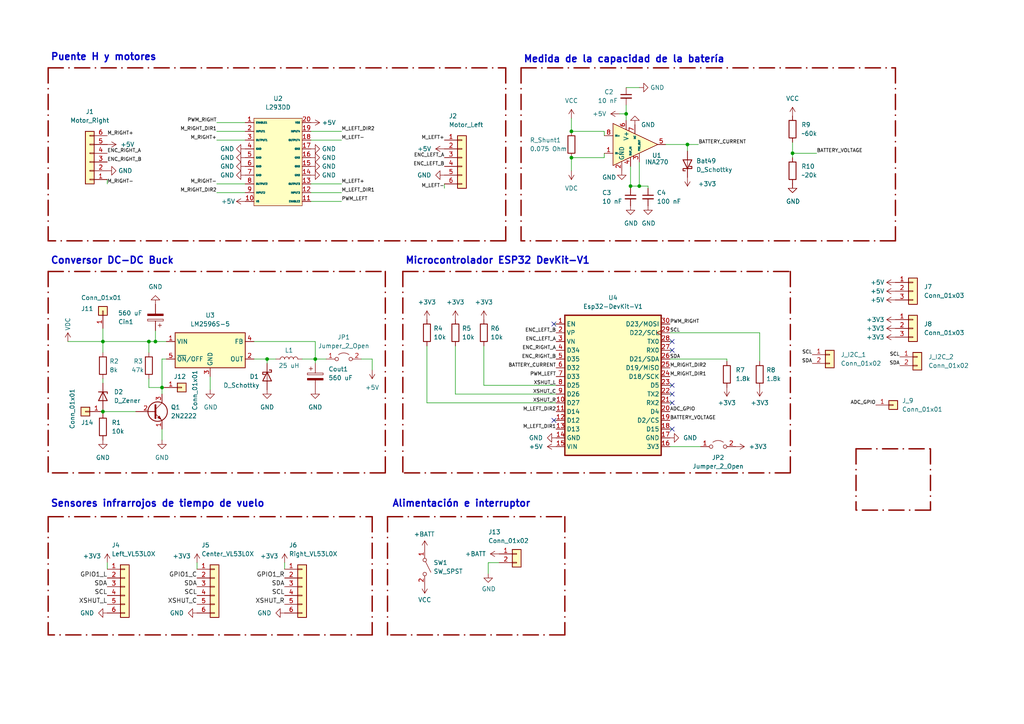
<source format=kicad_sch>
(kicad_sch (version 20211123) (generator eeschema)
  (paper "A4")
  (lib_symbols
    (symbol "Connector_Generic:Conn_01x01" (pin_names (offset 1.016) hide)
      (property "Reference" "J" (at 0 2.54 0))
      (property "Value" "Conn_01x01" (at 0 -2.54 0))
      (symbol "Conn_01x01_1_1"
        (rectangle (start -1.27 0.127) (end 0 -0.127) (stroke (width 0.1524)))
        (rectangle (start -1.27 1.27) (end 1.27 -1.27) (stroke (width 0.254)) (fill (type background)))
        (pin passive line (at -5.08 0 0) (length 3.81) (name "Pin_1") (number "1"))
      )
    )
    (symbol "Connector_Generic:Conn_01x02" (pin_names (offset 1.016) hide)
      (property "Reference" "J" (at 0 2.54 0))
      (property "Value" "Conn_01x02" (at 0 -5.08 0))
      (symbol "Conn_01x02_1_1"
        (rectangle (start -1.27 -2.413) (end 0 -2.667) (stroke (width 0.1524)))
        (rectangle (start -1.27 0.127) (end 0 -0.127) (stroke (width 0.1524)))
        (rectangle (start -1.27 1.27) (end 1.27 -3.81) (stroke (width 0.254)) (fill (type background)))
        (pin passive line (at -5.08 0 0) (length 3.81) (name "Pin_1") (number "1"))
        (pin passive line (at -5.08 -2.54 0) (length 3.81) (name "Pin_2") (number "2"))
      )
    )
    (symbol "Connector_Generic:Conn_01x03" (pin_names (offset 1.016) hide)
      (property "Reference" "J" (at 0 5.08 0))
      (property "Value" "Conn_01x03" (at 0 -5.08 0))
      (symbol "Conn_01x03_1_1"
        (rectangle (start -1.27 -2.413) (end 0 -2.667) (stroke (width 0.1524)))
        (rectangle (start -1.27 0.127) (end 0 -0.127) (stroke (width 0.1524)))
        (rectangle (start -1.27 2.667) (end 0 2.413) (stroke (width 0.1524)))
        (rectangle (start -1.27 3.81) (end 1.27 -3.81) (stroke (width 0.254)) (fill (type background)))
        (pin passive line (at -5.08 2.54 0) (length 3.81) (name "Pin_1") (number "1"))
        (pin passive line (at -5.08 0 0) (length 3.81) (name "Pin_2") (number "2"))
        (pin passive line (at -5.08 -2.54 0) (length 3.81) (name "Pin_3") (number "3"))
      )
    )
    (symbol "Connector_Generic:Conn_01x06" (pin_names (offset 1.016) hide)
      (property "Reference" "J" (at 0 7.62 0))
      (property "Value" "Conn_01x06" (at 0 -10.16 0))
      (symbol "Conn_01x06_1_1"
        (rectangle (start -1.27 -7.493) (end 0 -7.747) (stroke (width 0.1524)))
        (rectangle (start -1.27 -4.953) (end 0 -5.207) (stroke (width 0.1524)))
        (rectangle (start -1.27 -2.413) (end 0 -2.667) (stroke (width 0.1524)))
        (rectangle (start -1.27 0.127) (end 0 -0.127) (stroke (width 0.1524)))
        (rectangle (start -1.27 2.667) (end 0 2.413) (stroke (width 0.1524)))
        (rectangle (start -1.27 5.207) (end 0 4.953) (stroke (width 0.1524)))
        (rectangle (start -1.27 6.35) (end 1.27 -8.89) (stroke (width 0.254)) (fill (type background)))
        (pin passive line (at -5.08 5.08 0) (length 3.81) (name "Pin_1") (number "1"))
        (pin passive line (at -5.08 2.54 0) (length 3.81) (name "Pin_2") (number "2"))
        (pin passive line (at -5.08 0 0) (length 3.81) (name "Pin_3") (number "3"))
        (pin passive line (at -5.08 -2.54 0) (length 3.81) (name "Pin_4") (number "4"))
        (pin passive line (at -5.08 -5.08 0) (length 3.81) (name "Pin_5") (number "5"))
        (pin passive line (at -5.08 -7.62 0) (length 3.81) (name "Pin_6") (number "6"))
      )
    )
    (symbol "Device:C_Polarized" (pin_numbers hide) (pin_names (offset 0.254))
      (property "Reference" "C" (at 0.635 2.54 0))
      (property "Value" "C_Polarized" (at 0.635 -2.54 0))
      (symbol "C_Polarized_0_1"
        (rectangle (start -2.286 0.508) (end 2.286 1.016))
        (polyline (pts (xy -1.778 2.286) (xy -0.762 2.286)))
        (polyline (pts (xy -1.27 2.794) (xy -1.27 1.778)))
        (rectangle (start 2.286 -0.508) (end -2.286 -1.016) (fill (type outline)))
      )
      (symbol "C_Polarized_1_1"
        (pin passive line (at 0 3.81 270) (length 2.794) (name "~") (number "1"))
        (pin passive line (at 0 -3.81 90) (length 2.794) (name "~") (number "2"))
      )
    )
    (symbol "Device:C_Small" (pin_numbers hide) (pin_names (offset 0.254) hide)
      (property "Reference" "C" (at 0.254 1.778 0))
      (property "Value" "C_Small" (at 0.254 -2.032 0))
      (symbol "C_Small_0_1"
        (polyline (pts (xy -1.524 -0.508) (xy 1.524 -0.508)) (stroke (width 0.3302)))
        (polyline (pts (xy -1.524 0.508) (xy 1.524 0.508)) (stroke (width 0.3048)))
      )
      (symbol "C_Small_1_1"
        (pin passive line (at 0 2.54 270) (length 2.032) (name "~") (number "1"))
        (pin passive line (at 0 -2.54 90) (length 2.032) (name "~") (number "2"))
      )
    )
    (symbol "Device:D_Schottky" (pin_numbers hide) (pin_names (offset 1.016) hide)
      (property "Reference" "D" (at 0 2.54 0))
      (property "Value" "D_Schottky" (at 0 -2.54 0))
      (symbol "D_Schottky_0_1"
        (polyline (pts (xy 1.27 0) (xy -1.27 0)))
        (polyline (pts (xy 1.27 1.27) (xy 1.27 -1.27) (xy -1.27 0) (xy 1.27 1.27)) (stroke (width 0.254)))
        (polyline (pts (xy -1.905 0.635) (xy -1.905 1.27) (xy -1.27 1.27) (xy -1.27 -1.27) (xy -0.635 -1.27) (xy -0.635 -0.635)) (stroke (width 0.254)))
      )
      (symbol "D_Schottky_1_1"
        (pin passive line (at -3.81 0 0) (length 2.54) (name "K") (number "1"))
        (pin passive line (at 3.81 0 180) (length 2.54) (name "A") (number "2"))
      )
    )
    (symbol "Device:D_Zener" (pin_numbers hide) (pin_names (offset 1.016) hide)
      (property "Reference" "D" (at 0 2.54 0))
      (property "Value" "D_Zener" (at 0 -2.54 0))
      (symbol "D_Zener_0_1"
        (polyline (pts (xy 1.27 0) (xy -1.27 0)))
        (polyline (pts (xy -1.27 -1.27) (xy -1.27 1.27) (xy -0.762 1.27)) (stroke (width 0.254)))
        (polyline (pts (xy 1.27 -1.27) (xy 1.27 1.27) (xy -1.27 0) (xy 1.27 -1.27)) (stroke (width 0.254)))
      )
      (symbol "D_Zener_1_1"
        (pin passive line (at -3.81 0 0) (length 2.54) (name "K") (number "1"))
        (pin passive line (at 3.81 0 180) (length 2.54) (name "A") (number "2"))
      )
    )
    (symbol "Device:L" (pin_numbers hide) (pin_names (offset 1.016) hide)
      (property "Reference" "L" (at -1.27 0 90))
      (property "Value" "L" (at 1.905 0 90))
      (symbol "L_0_1"
        (arc (start 0 -2.54) (mid 0.635 -1.905) (end 0 -1.27))
        (arc (start 0 -1.27) (mid 0.635 -0.635) (end 0 0))
        (arc (start 0 0) (mid 0.635 0.635) (end 0 1.27))
        (arc (start 0 1.27) (mid 0.635 1.905) (end 0 2.54))
      )
      (symbol "L_1_1"
        (pin passive line (at 0 3.81 270) (length 1.27) (name "1") (number "1"))
        (pin passive line (at 0 -3.81 90) (length 1.27) (name "2") (number "2"))
      )
    )
    (symbol "Device:R" (pin_numbers hide) (pin_names (offset 0))
      (property "Reference" "R" (at 2.032 0 90))
      (property "Value" "R" (at 0 0 90))
      (symbol "R_0_1"
        (rectangle (start -1.016 -2.54) (end 1.016 2.54) (stroke (width 0.254)))
      )
      (symbol "R_1_1"
        (pin passive line (at 0 3.81 270) (length 1.27) (name "~") (number "1"))
        (pin passive line (at 0 -3.81 90) (length 1.27) (name "~") (number "2"))
      )
    )
    (symbol "INA270:INA270"
      (property "Reference" "U" (at 3.81 11.938 0))
      (property "Value" "INA270" (at -0.508 11.938 0))
      (symbol "INA270_0_1"
        (polyline (pts (xy -5.08 6.096) (xy -5.08 -6.096) (xy 7.874 0) (xy -5.08 6.096)) (stroke (width 0.2)) (fill (type background)))
      )
      (symbol "INA270_1_1"
        (pin input line (at -7.62 -2.54 0) (length 2.54) (name "IN-") (number "1"))
        (pin input line (at -2.54 -7.62 90) (length 2.54) (name "GND") (number "2"))
        (pin input line (at 2.54 -5.08 90) (length 2.54) (name "PRE_OUT") (number "3"))
        (pin input line (at 0 -6.35 90) (length 2.54) (name "BUF_IN") (number "4"))
        (pin input line (at 10.16 0 180) (length 2.54) (name "") (number "5"))
        (pin input line (at -1.27 6.985 270) (length 2.54) (name "V+") (number "6"))
        (pin power_in line (at 1.27 5.715 270) (length 2.54) (name "NC") (number "7"))
        (pin input line (at -7.62 2.54 0) (length 2.54) (name "IN+") (number "8"))
      )
    )
    (symbol "Jumper:Jumper_2_Open" (pin_names (offset 0) hide)
      (property "Reference" "JP" (at 0 2.794 0))
      (property "Value" "Jumper_2_Open" (at 0 -2.286 0))
      (symbol "Jumper_2_Open_0_0"
        (circle (center -2.032 0) (radius 0.508))
        (circle (center 2.032 0) (radius 0.508))
      )
      (symbol "Jumper_2_Open_0_1"
        (arc (start 1.524 1.27) (mid 0 1.778) (end -1.524 1.27))
      )
      (symbol "Jumper_2_Open_1_1"
        (pin passive line (at -5.08 0 0) (length 2.54) (name "A") (number "1"))
        (pin passive line (at 5.08 0 180) (length 2.54) (name "B") (number "2"))
      )
    )
    (symbol "Regulator_Switching:LM2596S-5"
      (property "Reference" "U" (at -10.16 6.35 0))
      (property "Value" "LM2596S-5" (at 0 6.35 0))
      (symbol "LM2596S-5_0_1"
        (rectangle (start -10.16 5.08) (end 10.16 -5.08) (stroke (width 0.254)) (fill (type background)))
      )
      (symbol "LM2596S-5_1_1"
        (pin power_in line (at -12.7 2.54 0) (length 2.54) (name "VIN") (number "1"))
        (pin output line (at 12.7 -2.54 180) (length 2.54) (name "OUT") (number "2"))
        (pin power_in line (at 0 -7.62 90) (length 2.54) (name "GND") (number "3"))
        (pin input line (at 12.7 2.54 180) (length 2.54) (name "FB") (number "4"))
        (pin input line (at -12.7 -2.54 0) (length 2.54) (name "~{ON}/OFF") (number "5"))
      )
    )
    (symbol "RobotTFG:Esp32-DevKit-V1"
      (property "Reference" "U" (at 0 -17.78 0))
      (property "Value" "Esp32-DevKit-V1" (at 0 0 90))
      (symbol "Esp32-DevKit-V1_0_0"
        (pin unspecified line (at -16.51 16.51 0) (length 2.54) (name "EN") (number "1"))
        (pin unspecified line (at -16.51 -6.35 0) (length 2.54) (name "D27") (number "10"))
        (pin unspecified line (at -16.51 -8.89 0) (length 2.54) (name "D14") (number "11"))
        (pin unspecified line (at -16.51 -11.43 0) (length 2.54) (name "D12") (number "12"))
        (pin unspecified line (at -16.51 -13.97 0) (length 2.54) (name "D13") (number "13"))
        (pin power_out line (at -16.51 -16.51 0) (length 2.54) (name "GND") (number "14"))
        (pin power_in line (at -16.51 -19.05 0) (length 2.54) (name "VIN") (number "15"))
        (pin power_out line (at 16.51 -19.05 180) (length 2.54) (name "3V3") (number "16"))
        (pin power_out line (at 16.51 -16.51 180) (length 2.54) (name "GND") (number "17"))
        (pin unspecified line (at 16.51 -13.97 180) (length 2.54) (name "D15") (number "18"))
        (pin unspecified line (at 16.51 -11.43 180) (length 2.54) (name "D2/CS") (number "19"))
        (pin unspecified line (at -16.51 13.97 0) (length 2.54) (name "VP") (number "2"))
        (pin unspecified line (at 16.51 -8.89 180) (length 2.54) (name "D4") (number "20"))
        (pin unspecified line (at 16.51 -6.35 180) (length 2.54) (name "RX2") (number "21"))
        (pin unspecified line (at 16.51 -3.81 180) (length 2.54) (name "TX2") (number "22"))
        (pin unspecified line (at 16.51 -1.27 180) (length 2.54) (name "D5") (number "23"))
        (pin unspecified line (at 16.51 1.27 180) (length 2.54) (name "D18/SCK") (number "24"))
        (pin unspecified line (at 16.51 3.81 180) (length 2.54) (name "D19/MISO") (number "25"))
        (pin bidirectional line (at 16.51 6.35 180) (length 2.54) (name "D21/SDA") (number "26"))
        (pin unspecified line (at 16.51 8.89 180) (length 2.54) (name "RX0") (number "27"))
        (pin unspecified line (at 16.51 11.43 180) (length 2.54) (name "TX0") (number "28"))
        (pin bidirectional clock (at 16.51 13.97 180) (length 2.54) (name "D22/SCL") (number "29"))
        (pin unspecified line (at -16.51 11.43 0) (length 2.54) (name "VN") (number "3"))
        (pin unspecified line (at 16.51 16.51 180) (length 2.54) (name "D23/MOSI") (number "30"))
        (pin unspecified line (at -16.51 8.89 0) (length 2.54) (name "D34") (number "4"))
        (pin unspecified line (at -16.51 6.35 0) (length 2.54) (name "D35") (number "5"))
        (pin unspecified line (at -16.51 3.81 0) (length 2.54) (name "D32") (number "6"))
        (pin unspecified line (at -16.51 1.27 0) (length 2.54) (name "D33") (number "7"))
        (pin unspecified line (at -16.51 -1.27 0) (length 2.54) (name "D25") (number "8"))
        (pin unspecified line (at -16.51 -3.81 0) (length 2.54) (name "D26") (number "9"))
      )
      (symbol "Esp32-DevKit-V1_0_1"
        (rectangle (start -13.97 19.05) (end 13.97 -21.59) (stroke (width 0.4)) (fill (type background)))
      )
    )
    (symbol "RobotTFG:L293DD"
      (property "Reference" "U" (at 0 0 0))
      (property "Value" "L293DD" (at 0 2.54 0))
      (symbol "L293DD_0_1"
        (rectangle (start -6.985 12.7) (end 6.985 -12.7) (fill (type background)))
      )
      (symbol "L293DD_1_1"
        (pin input line (at -9.525 11.43 0) (length 2.54) (name "ENABLE1") (number "1"))
        (pin power_in line (at -9.525 -11.43 0) (length 2.54) (name "VS") (number "10"))
        (pin input line (at 9.525 -11.43 180) (length 2.54) (name "ENABLE2") (number "11"))
        (pin input line (at 9.525 -8.89 180) (length 2.54) (name "INPUT3") (number "12"))
        (pin power_out line (at 9.525 -6.35 180) (length 2.54) (name "OUTPUT3") (number "13"))
        (pin power_in line (at 9.525 -3.81 180) (length 2.54) (name "GND") (number "14"))
        (pin power_in line (at 9.525 -1.27 180) (length 2.54) (name "GND") (number "15"))
        (pin power_in line (at 9.525 1.27 180) (length 2.54) (name "GND") (number "16"))
        (pin power_in line (at 9.525 3.81 180) (length 2.54) (name "GND") (number "17"))
        (pin power_out line (at 9.525 6.35 180) (length 2.54) (name "OUTPUT4") (number "18"))
        (pin input line (at 9.525 8.89 180) (length 2.54) (name "INPUT4") (number "19"))
        (pin input line (at -9.525 8.89 0) (length 2.54) (name "INPUT1") (number "2"))
        (pin power_in line (at 9.525 11.43 180) (length 2.54) (name "VSS") (number "20"))
        (pin power_out line (at -9.525 6.35 0) (length 2.54) (name "OUTPUT1") (number "3"))
        (pin power_in line (at -9.525 3.81 0) (length 2.54) (name "GND") (number "4"))
        (pin power_in line (at -9.525 1.27 0) (length 2.54) (name "GND") (number "5"))
        (pin power_in line (at -9.525 -1.27 0) (length 2.54) (name "GND") (number "6"))
        (pin power_in line (at -9.525 -3.81 0) (length 2.54) (name "GND") (number "7"))
        (pin power_out line (at -9.525 -6.35 0) (length 2.54) (name "OUTPUT2") (number "8"))
        (pin input line (at -9.525 -8.89 0) (length 2.54) (name "INPUT2") (number "9"))
      )
    )
    (symbol "Switch:SW_SPST" (pin_names (offset 0) hide)
      (property "Reference" "SW" (at 0 3.175 0))
      (property "Value" "SW_SPST" (at 0 -2.54 0))
      (symbol "SW_SPST_0_0"
        (circle (center -2.032 0) (radius 0.508))
        (polyline (pts (xy -1.524 0.254) (xy 1.524 1.778)))
        (circle (center 2.032 0) (radius 0.508))
      )
      (symbol "SW_SPST_1_1"
        (pin passive line (at -5.08 0 0) (length 2.54) (name "A") (number "1"))
        (pin passive line (at 5.08 0 180) (length 2.54) (name "B") (number "2"))
      )
    )
    (symbol "Transistor_BJT:2N2219" (pin_names (offset 0) hide)
      (property "Reference" "Q" (at 5.08 1.905 0))
      (property "Value" "2N2219" (at 5.08 0 0))
      (symbol "2N2219_0_1"
        (polyline (pts (xy 0.635 0.635) (xy 2.54 2.54)))
        (polyline (pts (xy 0.635 -0.635) (xy 2.54 -2.54) (xy 2.54 -2.54)))
        (polyline (pts (xy 0.635 1.905) (xy 0.635 -1.905) (xy 0.635 -1.905)) (stroke (width 0.508)))
        (polyline (pts (xy 1.27 -1.778) (xy 1.778 -1.27) (xy 2.286 -2.286) (xy 1.27 -1.778) (xy 1.27 -1.778)) (fill (type outline)))
        (circle (center 1.27 0) (radius 2.8194) (stroke (width 0.254)))
      )
      (symbol "2N2219_1_1"
        (pin passive line (at 2.54 -5.08 90) (length 2.54) (name "E") (number "1"))
        (pin passive line (at -5.08 0 0) (length 5.715) (name "B") (number "2"))
        (pin passive line (at 2.54 5.08 270) (length 2.54) (name "C") (number "3"))
      )
    )
    (symbol "power:+3V3" (power) (pin_names (offset 0))
      (property "Value" "+3V3" (at 0 3.556 0))
      (symbol "+3V3_0_1"
        (polyline (pts (xy -0.762 1.27) (xy 0 2.54)))
        (polyline (pts (xy 0 0) (xy 0 2.54)))
        (polyline (pts (xy 0 2.54) (xy 0.762 1.27)))
      )
      (symbol "+3V3_1_1"
        (pin power_in line (at 0 0 90) (length 0) hide (name "+3V3") (number "1"))
      )
    )
    (symbol "power:+5V" (power) (pin_names (offset 0))
      (property "Value" "+5V" (at 0 3.556 0))
      (symbol "+5V_0_1"
        (polyline (pts (xy -0.762 1.27) (xy 0 2.54)))
        (polyline (pts (xy 0 0) (xy 0 2.54)))
        (polyline (pts (xy 0 2.54) (xy 0.762 1.27)))
      )
      (symbol "+5V_1_1"
        (pin power_in line (at 0 0 90) (length 0) hide (name "+5V") (number "1"))
      )
    )
    (symbol "power:+BATT" (power) (pin_names (offset 0))
      (property "Value" "+BATT" (at 0 3.556 0))
      (symbol "+BATT_0_1"
        (polyline (pts (xy -0.762 1.27) (xy 0 2.54)))
        (polyline (pts (xy 0 0) (xy 0 2.54)))
        (polyline (pts (xy 0 2.54) (xy 0.762 1.27)))
      )
      (symbol "+BATT_1_1"
        (pin power_in line (at 0 0 90) (length 0) hide (name "+BATT") (number "1"))
      )
    )
    (symbol "power:GND" (power) (pin_names (offset 0))
      (property "Value" "GND" (at 0 -3.81 0))
      (symbol "GND_0_1"
        (polyline (pts (xy 0 0) (xy 0 -1.27) (xy 1.27 -1.27) (xy 0 -2.54) (xy -1.27 -1.27) (xy 0 -1.27)))
      )
      (symbol "GND_1_1"
        (pin power_in line (at 0 0 270) (length 0) hide (name "GND") (number "1"))
      )
    )
    (symbol "power:VCC" (power) (pin_names (offset 0))
      (property "Value" "VCC" (at 0 3.81 0))
      (symbol "VCC_0_1"
        (polyline (pts (xy -0.762 1.27) (xy 0 2.54)))
        (polyline (pts (xy 0 0) (xy 0 2.54)))
        (polyline (pts (xy 0 2.54) (xy 0.762 1.27)))
      )
      (symbol "VCC_1_1"
        (pin power_in line (at 0 0 90) (length 0) hide (name "VCC") (number "1"))
      )
    )
    (symbol "power:VDC" (power) (pin_names (offset 0))
      (property "Value" "VDC" (at 0 6.35 0))
      (symbol "VDC_0_1"
        (polyline (pts (xy -0.762 1.27) (xy 0 2.54)))
        (polyline (pts (xy 0 0) (xy 0 2.54)))
        (polyline (pts (xy 0 2.54) (xy 0.762 1.27)))
      )
      (symbol "VDC_1_1"
        (pin power_in line (at 0 0 90) (length 0) hide (name "VDC") (number "1"))
      )
    )
  )
  (junction (at 77.47 104.14))
  (junction (at 165.735 38.1))
  (junction (at 229.87 44.45))
  (junction (at 185.42 53.975))
  (junction (at 91.44 104.14))
  (junction (at 29.845 119.38))
  (junction (at 165.735 45.72))
  (junction (at 29.845 99.06))
  (junction (at 181.61 33.02))
  (junction (at 45.085 99.06))
  (junction (at 182.88 53.975))
  (junction (at 199.39 41.91))
  (junction (at 43.18 99.06))
  (junction (at 46.99 112.395))
  (no_connect (at 194.945 99.06))
  (no_connect (at 194.945 101.6))
  (no_connect (at 160.655 121.92))
  (no_connect (at 194.945 124.46))
  (no_connect (at 160.655 93.98))
  (no_connect (at 194.945 114.3))
  (no_connect (at 194.945 111.76))
  (no_connect (at 194.945 116.84))
  (wire (pts (xy 132.08 100.33) (xy 132.08 114.3)))
  (wire (pts (xy 62.865 38.1) (xy 71.12 38.1)))
  (wire (pts (xy 193.04 41.91) (xy 199.39 41.91)))
  (wire (pts (xy 140.335 111.76) (xy 161.29 111.76)))
  (wire (pts (xy 104.775 104.14) (xy 107.95 104.14)))
  (wire (pts (xy 179.705 33.02) (xy 181.61 33.02)))
  (wire (pts (xy 31.115 163.195) (xy 31.115 165.1)))
  (wire (pts (xy 123.825 100.33) (xy 123.825 116.84)))
  (wire (pts (xy 194.945 114.3) (xy 194.31 114.3)))
  (wire (pts (xy 91.44 99.06) (xy 91.44 104.14)))
  (wire (pts (xy 43.18 99.06) (xy 43.18 102.235)))
  (polyline (pts (xy 163.83 149.86) (xy 163.83 184.15)) (stroke (width 0.4) (type dash_dot) (color 141 6 0 1)))
  (wire (pts (xy 43.18 109.855) (xy 43.18 112.395)))
  (wire (pts (xy 29.845 119.38) (xy 39.37 119.38)))
  (wire (pts (xy 229.87 44.45) (xy 229.87 45.72)))
  (polyline (pts (xy 248.285 130.175) (xy 248.285 147.955)) (stroke (width 0.4) (type dash_dot) (color 141 6 0 1)))
  (wire (pts (xy 236.855 44.45) (xy 229.87 44.45)))
  (wire (pts (xy 45.085 99.06) (xy 48.26 99.06)))
  (wire (pts (xy 46.99 112.395) (xy 46.99 114.3)))
  (wire (pts (xy 194.945 111.76) (xy 194.31 111.76)))
  (wire (pts (xy 19.685 99.06) (xy 29.845 99.06)))
  (wire (pts (xy 43.18 112.395) (xy 46.99 112.395)))
  (polyline (pts (xy 116.84 78.74) (xy 116.84 137.16)) (stroke (width 0.4) (type dash_dot) (color 141 6 0 1)))
  (wire (pts (xy 210.82 104.14) (xy 194.31 104.14)))
  (wire (pts (xy 181.61 33.02) (xy 181.61 34.925)))
  (wire (pts (xy 141.605 163.195) (xy 144.78 163.195)))
  (polyline (pts (xy 146.685 19.685) (xy 146.685 69.85)) (stroke (width 0.4) (type dash_dot) (color 141 6 0 1)))
  (polyline (pts (xy 229.235 78.74) (xy 229.235 137.16)) (stroke (width 0.4) (type dash_dot) (color 141 6 0 1)))
  (wire (pts (xy 194.945 124.46) (xy 194.31 124.46)))
  (wire (pts (xy 29.845 118.745) (xy 29.845 119.38)))
  (wire (pts (xy 90.17 58.42) (xy 99.06 58.42)))
  (polyline (pts (xy 151.13 19.685) (xy 151.13 69.85)) (stroke (width 0.4) (type dash_dot) (color 141 6 0 1)))
  (wire (pts (xy 175.26 45.72) (xy 165.735 45.72)))
  (polyline (pts (xy 13.97 78.74) (xy 13.97 137.16)) (stroke (width 0.4) (type dash_dot) (color 141 6 0 1)))
  (wire (pts (xy 77.47 104.14) (xy 77.47 105.41)))
  (polyline (pts (xy 112.395 149.86) (xy 112.395 184.15)) (stroke (width 0.4) (type dash_dot) (color 141 6 0 1)))
  (polyline (pts (xy 151.13 19.685) (xy 259.715 19.685)) (stroke (width 0.4) (type dash_dot) (color 141 6 0 1)))
  (wire (pts (xy 29.845 119.38) (xy 29.845 120.015)))
  (wire (pts (xy 77.47 104.14) (xy 80.01 104.14)))
  (wire (pts (xy 29.845 109.855) (xy 29.845 111.125)))
  (wire (pts (xy 62.865 40.64) (xy 71.12 40.64)))
  (polyline (pts (xy 146.685 69.85) (xy 13.97 69.85)) (stroke (width 0.4) (type dash_dot) (color 141 6 0 1)))
  (wire (pts (xy 160.655 121.92) (xy 161.29 121.92)))
  (wire (pts (xy 175.26 44.45) (xy 175.26 45.72)))
  (wire (pts (xy 107.95 104.14) (xy 107.95 107.315)))
  (polyline (pts (xy 111.76 78.74) (xy 111.76 137.16)) (stroke (width 0.4) (type dash_dot) (color 141 6 0 1)))
  (wire (pts (xy 210.82 104.775) (xy 210.82 104.14)))
  (wire (pts (xy 90.17 55.88) (xy 99.06 55.88)))
  (wire (pts (xy 187.96 54.61) (xy 187.96 53.975)))
  (wire (pts (xy 29.845 99.06) (xy 43.18 99.06)))
  (wire (pts (xy 194.31 129.54) (xy 203.2 129.54)))
  (wire (pts (xy 185.42 53.975) (xy 182.88 53.975)))
  (polyline (pts (xy 13.97 149.86) (xy 13.97 184.15)) (stroke (width 0.4) (type dash_dot) (color 141 6 0 1)))
  (wire (pts (xy 91.44 104.14) (xy 94.615 104.14)))
  (wire (pts (xy 132.08 114.3) (xy 161.29 114.3)))
  (wire (pts (xy 194.945 101.6) (xy 194.31 101.6)))
  (polyline (pts (xy 248.285 130.175) (xy 269.875 130.175)) (stroke (width 0.4) (type dash_dot) (color 141 6 0 1)))
  (wire (pts (xy 182.88 53.975) (xy 182.88 54.61)))
  (wire (pts (xy 29.845 99.06) (xy 29.845 102.235)))
  (wire (pts (xy 46.99 104.14) (xy 46.99 112.395)))
  (wire (pts (xy 128.905 54.61) (xy 128.905 53.34)))
  (polyline (pts (xy 259.715 19.685) (xy 259.715 69.85)) (stroke (width 0.4) (type dash_dot) (color 141 6 0 1)))
  (polyline (pts (xy 111.76 137.16) (xy 13.97 137.16)) (stroke (width 0.4) (type dash_dot) (color 141 6 0 1)))
  (wire (pts (xy 45.085 95.885) (xy 45.085 99.06)))
  (wire (pts (xy 194.945 116.84) (xy 194.31 116.84)))
  (polyline (pts (xy 163.83 184.15) (xy 112.395 184.15)) (stroke (width 0.4) (type dash_dot) (color 141 6 0 1)))
  (wire (pts (xy 46.99 124.46) (xy 46.99 127.635)))
  (wire (pts (xy 140.335 100.33) (xy 140.335 111.76)))
  (wire (pts (xy 175.26 39.37) (xy 175.26 38.1)))
  (wire (pts (xy 182.88 48.26) (xy 182.88 53.975)))
  (polyline (pts (xy 269.875 130.175) (xy 269.875 147.955)) (stroke (width 0.4) (type dash_dot) (color 141 6 0 1)))
  (wire (pts (xy 181.61 30.48) (xy 181.61 33.02)))
  (wire (pts (xy 229.87 41.275) (xy 229.87 44.45)))
  (wire (pts (xy 62.865 35.56) (xy 71.12 35.56)))
  (polyline (pts (xy 107.95 184.15) (xy 13.97 184.15)) (stroke (width 0.4) (type dash_dot) (color 141 6 0 1)))
  (wire (pts (xy 73.66 104.14) (xy 77.47 104.14)))
  (wire (pts (xy 175.26 38.1) (xy 165.735 38.1)))
  (wire (pts (xy 165.735 45.72) (xy 165.735 49.53)))
  (wire (pts (xy 43.18 99.06) (xy 45.085 99.06)))
  (wire (pts (xy 91.44 104.14) (xy 87.63 104.14)))
  (wire (pts (xy 57.15 163.195) (xy 57.15 165.1)))
  (polyline (pts (xy 116.84 78.74) (xy 229.235 78.74)) (stroke (width 0.4) (type dash_dot) (color 141 6 0 1)))
  (wire (pts (xy 165.735 34.29) (xy 165.735 38.1)))
  (wire (pts (xy 220.345 96.52) (xy 194.31 96.52)))
  (wire (pts (xy 123.825 116.84) (xy 161.29 116.84)))
  (wire (pts (xy 73.66 99.06) (xy 91.44 99.06)))
  (wire (pts (xy 62.865 55.88) (xy 71.12 55.88)))
  (wire (pts (xy 90.17 53.34) (xy 99.06 53.34)))
  (wire (pts (xy 90.17 38.1) (xy 99.06 38.1)))
  (wire (pts (xy 187.96 53.975) (xy 185.42 53.975)))
  (polyline (pts (xy 269.875 147.955) (xy 248.285 147.955)) (stroke (width 0.4) (type dash_dot) (color 141 6 0 1)))
  (wire (pts (xy 29.845 95.25) (xy 29.845 99.06)))
  (wire (pts (xy 90.17 40.64) (xy 99.06 40.64)))
  (wire (pts (xy 82.55 163.195) (xy 82.55 165.1)))
  (polyline (pts (xy 229.235 137.16) (xy 116.84 137.16)) (stroke (width 0.4) (type dash_dot) (color 141 6 0 1)))
  (polyline (pts (xy 259.715 69.85) (xy 151.13 69.85)) (stroke (width 0.4) (type dash_dot) (color 141 6 0 1)))
  (wire (pts (xy 185.42 25.4) (xy 181.61 25.4)))
  (wire (pts (xy 185.42 46.99) (xy 185.42 53.975)))
  (wire (pts (xy 194.945 99.06) (xy 194.31 99.06)))
  (wire (pts (xy 220.345 104.775) (xy 220.345 96.52)))
  (polyline (pts (xy 13.97 78.74) (xy 111.76 78.74)) (stroke (width 0.4) (type dash_dot) (color 141 6 0 1)))
  (polyline (pts (xy 13.97 19.685) (xy 13.97 69.85)) (stroke (width 0.4) (type dash_dot) (color 141 6 0 1)))
  (wire (pts (xy 48.26 104.14) (xy 46.99 104.14)))
  (wire (pts (xy 199.39 41.91) (xy 202.565 41.91)))
  (wire (pts (xy 199.39 41.91) (xy 199.39 43.815)))
  (wire (pts (xy 31.115 53.34) (xy 31.115 52.07)))
  (wire (pts (xy 141.605 166.37) (xy 141.605 163.195)))
  (wire (pts (xy 60.96 113.03) (xy 60.96 109.22)))
  (wire (pts (xy 160.655 93.98) (xy 161.29 93.98)))
  (polyline (pts (xy 13.97 149.86) (xy 107.95 149.86)) (stroke (width 0.4) (type dash_dot) (color 141 6 0 1)))
  (wire (pts (xy 62.865 53.34) (xy 71.12 53.34)))
  (polyline (pts (xy 112.395 149.86) (xy 163.83 149.86)) (stroke (width 0.4) (type dash_dot) (color 141 6 0 1)))
  (polyline (pts (xy 13.97 19.685) (xy 146.685 19.685)) (stroke (width 0.4) (type dash_dot) (color 141 6 0 1)))
  (polyline (pts (xy 107.95 149.86) (xy 107.95 184.15)) (stroke (width 0.4) (type dash_dot) (color 141 6 0 1)))
  (wire (pts (xy 91.44 105.41) (xy 91.44 104.14)))
  (text "Microcontrolador ESP32 DevKit-V1" (at 117.475 76.835 0) (effects (font (size 2 2) (thickness 0.4) bold) (justify left bottom)))
  (text "Sensores infrarrojos de tiempo de vuelo\n" (at 14.605 147.32 0) (effects (font (size 2 2) (thickness 0.4) bold) (justify left bottom)))
  (text "Conversor DC-DC Buck" (at 14.605 76.835 0) (effects (font (size 2 2) (thickness 0.4) bold) (justify left bottom)))
  (text "Medida de la capacidad de la batería" (at 151.765 18.415 0) (effects (font (size 2 2) (thickness 0.4) bold) (justify left bottom)))
  (text "Alimentación e interruptor\n" (at 113.665 147.32 0) (effects (font (size 2 2) (thickness 0.4) bold) (justify left bottom)))
  (text "Puente H y motores\n" (at 14.605 17.78 0) (effects (font (size 2 2) (thickness 0.4) bold) (justify left bottom)))
  (label "SDA" (at 260.985 106.045 180) (effects (font (size 1 1))))
  (label "M_RIGHT-" (at 62.865 53.34 180) (effects (font (size 1 1))))
  (label "PWM_RIGHT" (at 62.865 35.56 180) (effects (font (size 1 1))))
  (label "ENC_LEFT_A" (at 128.905 45.72 180) (effects (font (size 1 1))))
  (label "M_LEFT_DIR2" (at 161.29 119.38 180) (effects (font (size 1 1))))
  (label "SCL" (at 31.115 172.72 180))
  (label "ENC_LEFT_B" (at 161.29 96.52 180) (effects (font (size 1 1))))
  (label "M_RIGHT_DIR2" (at 194.31 106.68 0) (effects (font (size 1 1))))
  (label "XSHUT_R" (at 161.29 116.84 180) (effects (font (size 1 1))))
  (label "SCL" (at 82.55 172.72 180))
  (label "ENC_RIGHT_B" (at 31.115 46.99 0) (effects (font (size 1 1))))
  (label "XSHUT_C" (at 161.29 114.3 180) (effects (font (size 1 1))))
  (label "PWM_LEFT" (at 99.06 58.42 0) (effects (font (size 1 1))))
  (label "GPIO1_L" (at 31.115 167.64 180))
  (label "SDA" (at 82.55 170.18 180))
  (label "SCL" (at 57.15 172.72 180))
  (label "XSHUT_L" (at 31.115 175.26 180))
  (label "M_LEFT_DIR1" (at 99.06 55.88 0) (effects (font (size 1 1))))
  (label "BATTERY_VOLTAGE" (at 194.31 121.92 0) (effects (font (size 1 1))))
  (label "M_LEFT-" (at 128.905 54.61 180) (effects (font (size 1 1))))
  (label "XSHUT_L" (at 161.29 111.76 180) (effects (font (size 1 1))))
  (label "M_LEFT+" (at 128.905 40.64 180) (effects (font (size 1 1))))
  (label "M_RIGHT-" (at 31.115 53.34 0) (effects (font (size 1 1))))
  (label "SCL" (at 260.985 103.505 180) (effects (font (size 1 1))))
  (label "M_RIGHT_DIR1" (at 62.865 38.1 180) (effects (font (size 1 1))))
  (label "SCL" (at 194.31 96.52 0) (effects (font (size 1 1))))
  (label "M_LEFT_DIR2" (at 99.06 38.1 0) (effects (font (size 1 1))))
  (label "BATTERY_CURRENT" (at 161.29 106.68 180) (effects (font (size 1 1))))
  (label "GPIO1_R" (at 82.55 167.64 180))
  (label "BATTERY_VOLTAGE" (at 236.855 44.45 0) (effects (font (size 1 1))))
  (label "SDA" (at 194.31 104.14 0) (effects (font (size 1 1))))
  (label "M_LEFT+" (at 99.06 53.34 0) (effects (font (size 1 1))))
  (label "ENC_RIGHT_B" (at 161.29 104.14 180) (effects (font (size 1 1))))
  (label "SDA" (at 57.15 170.18 180))
  (label "M_RIGHT_DIR2" (at 62.865 55.88 180) (effects (font (size 1 1))))
  (label "M_LEFT_DIR1" (at 161.29 124.46 180) (effects (font (size 1 1))))
  (label "SCL" (at 235.585 102.87 180) (effects (font (size 1 1))))
  (label "ENC_LEFT_A" (at 161.29 99.06 180) (effects (font (size 1 1))))
  (label "GPIO1_C" (at 57.15 167.64 180))
  (label "M_RIGHT+" (at 31.115 39.37 0) (effects (font (size 1 1))))
  (label "ENC_LEFT_B" (at 128.905 48.26 180) (effects (font (size 1 1))))
  (label "M_RIGHT+" (at 62.865 40.64 180) (effects (font (size 1 1))))
  (label "XSHUT_R" (at 82.55 175.26 180))
  (label "XSHUT_C" (at 57.15 175.26 180))
  (label "M_LEFT-" (at 99.06 40.64 0) (effects (font (size 1 1))))
  (label "ADC_GPIO" (at 194.31 119.38 0) (effects (font (size 1 1))))
  (label "ENC_RIGHT_A" (at 31.115 44.45 0) (effects (font (size 1 1))))
  (label "SDA" (at 235.585 105.41 180) (effects (font (size 1 1))))
  (label "SDA" (at 31.115 170.18 180))
  (label "ADC_GPIO" (at 254 117.475 180) (effects (font (size 1 1))))
  (label "PWM_LEFT" (at 161.29 109.22 180) (effects (font (size 1 1))))
  (label "BATTERY_CURRENT" (at 202.565 41.91 0) (effects (font (size 1 1))))
  (label "ENC_RIGHT_A" (at 161.29 101.6 180) (effects (font (size 1 1))))
  (label "PWM_RIGHT" (at 194.31 93.98 0) (effects (font (size 1 1))))
  (label "M_RIGHT_DIR1" (at 194.31 109.22 0) (effects (font (size 1 1))))
  (symbol (lib_id "power:+5V") (at 259.715 86.995 90) (unit 1)
    (property "Reference" "#PWR0150" (effects hide))
    (property "Value" "+5V" (at 256.54 86.9949 90) (effects (justify left)))
  )
  (symbol (lib_id "power:+5V") (at 161.29 129.54 90) (unit 1)
    (property "Reference" "#PWR0145" (effects hide))
    (property "Value" "+5V" (at 157.48 129.5399 90) (effects (justify left)))
  )
  (symbol (lib_id "Connector_Generic:Conn_01x06") (at 36.195 170.18 0) (unit 1)
    (property "Reference" "J4" (at 32.385 158.115 0) (effects (justify left)))
    (property "Value" "Left_VL53L0X" (at 32.385 160.655 0) (effects (justify left)))
    (property "Footprint" "Connector_PinHeader_2.54mm:PinHeader_1x06_P2.54mm_Vertical" (effects hide))
  )
  (symbol (lib_id "Switch:SW_SPST") (at 123.19 164.465 270) (unit 1)
    (property "Reference" "SW1" (at 125.73 163.1949 90) (effects (justify left)))
    (property "Value" "SW_SPST" (at 125.73 165.7349 90) (effects (justify left)))
  )
  (symbol (lib_id "Device:R") (at 165.735 41.91 0) (unit 1)
    (property "Reference" "R_Shunt1" (at 153.67 40.64 0) (effects (justify left)))
    (property "Value" "0.075 Ohm" (at 153.67 43.18 0) (effects (justify left)))
    (property "Footprint" "Resistor_SMD:R_0805_2012Metric" (effects hide))
    (property "Datasheet" "https://es.rs-online.com/web/p/resistencias-de-montaje-en-superficie/1880741" (effects hide))
    (property "Vendor" "https://es.rs-online.com/web/p/resistencias-de-montaje-en-superficie/1880741" (effects hide))
  )
  (symbol (lib_id "Connector_Generic:Conn_01x03") (at 264.795 84.455 0) (unit 1)
    (property "Reference" "J7" (at 267.97 83.1849 0) (effects (justify left)))
    (property "Value" "Conn_01x03" (at 267.97 85.7249 0) (effects (justify left)))
    (property "Footprint" "Connector_PinHeader_2.54mm:PinHeader_1x03_P2.54mm_Vertical" (effects hide))
  )
  (symbol (lib_id "Device:D_Zener") (at 29.845 114.935 270) (unit 1)
    (property "Reference" "D2" (at 33.02 113.6649 90) (effects (justify left)))
    (property "Value" "D_Zener" (at 33.02 116.2049 90) (effects (justify left)))
    (property "Footprint" "Diode_THT:D_A-405_P7.62mm_Horizontal" (effects hide))
    (property "Datasheet" "https://www.farnell.com/datasheets/2864039.pdf" (effects hide))
  )
  (symbol (lib_id "power:GND") (at 60.96 113.03 0) (unit 1)
    (property "Reference" "#PWR0106" (effects hide))
    (property "Value" "GND" (at 59.055 118.11 0) (effects (justify left)))
  )
  (symbol (lib_id "Device:C_Small") (at 182.88 57.15 0) (unit 1)
    (property "Reference" "C3" (at 174.625 55.88 0) (effects (justify left)))
    (property "Value" "10 nF" (at 174.625 58.42 0) (effects (justify left)))
    (property "Footprint" "Capacitor_THT:C_Axial_L5.1mm_D3.1mm_P10.00mm_Horizontal" (effects hide))
  )
  (symbol (lib_id "power:GND") (at 185.42 25.4 90) (unit 1)
    (property "Reference" "#PWR0109" (effects hide))
    (property "Value" "GND" (at 188.595 25.3999 90) (effects (justify right)))
  )
  (symbol (lib_id "power:+3V3") (at 220.345 112.395 180) (unit 1)
    (property "Reference" "#PWR0133" (effects hide))
    (property "Value" "+3V3" (at 220.345 116.84 0))
  )
  (symbol (lib_id "Device:C_Polarized") (at 91.44 109.22 0) (unit 1)
    (property "Reference" "Cout1" (at 95.25 107.0609 0) (effects (justify left)))
    (property "Value" "560 uF" (at 95.25 109.6009 0) (effects (justify left)))
    (property "Footprint" "Capacitor_THT:CP_Radial_D8.0mm_P5.00mm" (effects hide))
    (property "Vendor" "https://es.farnell.com/panasonic/eeufr1e561lb/conden-560-f-25v-20/dp/1800651" (effects hide))
  )
  (symbol (lib_id "power:+3V3") (at 210.82 112.395 180) (unit 1)
    (property "Reference" "#PWR0134" (effects hide))
    (property "Value" "+3V3" (at 210.82 116.84 0))
  )
  (symbol (lib_id "Connector_Generic:Conn_01x01") (at 24.765 119.38 180) (unit 1)
    (property "Reference" "J14" (at 23.495 122.555 0) (effects (justify right)))
    (property "Value" "Conn_01x01" (at 20.955 124.46 90) (effects (justify right)))
  )
  (symbol (lib_id "power:+3V3") (at 213.36 129.54 270) (unit 1)
    (property "Reference" "#PWR0136" (effects hide))
    (property "Value" "+3V3" (at 217.17 129.5399 90) (effects (justify left)))
  )
  (symbol (lib_id "Regulator_Switching:LM2596S-5") (at 60.96 101.6 0) (unit 1)
    (property "Reference" "U3" (at 60.96 91.44 0))
    (property "Value" "LM2596S-5" (at 60.96 93.98 0))
    (property "Footprint" "Package_TO_SOT_SMD:TO-263-5_TabPin3" (effects hide))
    (property "Datasheet" "http://www.ti.com/lit/ds/symlink/lm2596.pdf" (effects hide))
  )
  (symbol (lib_id "power:GND") (at 141.605 166.37 0) (unit 1)
    (property "Reference" "#PWR0143" (effects hide))
    (property "Value" "GND" (at 139.7 170.815 0) (effects (justify left)))
  )
  (symbol (lib_id "Jumper:Jumper_2_Open") (at 99.695 104.14 0) (unit 1)
    (property "Reference" "JP1" (at 99.695 97.79 0))
    (property "Value" "Jumper_2_Open" (at 99.695 100.33 0))
  )
  (symbol (lib_id "power:GND") (at 180.34 49.53 0) (unit 1)
    (property "Reference" "#PWR0111" (effects hide))
    (property "Value" "GND" (at 174.625 51.435 0) (effects (justify left)))
  )
  (symbol (lib_id "Device:R") (at 132.08 96.52 0) (unit 1)
    (property "Reference" "R5" (at 133.985 95.25 0) (effects (justify left)))
    (property "Value" "10k" (at 133.985 97.79 0) (effects (justify left)))
    (property "Footprint" "Resistor_THT:R_Axial_DIN0207_L6.3mm_D2.5mm_P10.16mm_Horizontal" (effects hide))
  )
  (symbol (lib_id "power:GND") (at 82.55 177.8 270) (unit 1)
    (property "Reference" "#PWR0137" (effects hide))
    (property "Value" "GND" (at 78.74 177.7999 90) (effects (justify right)))
  )
  (symbol (lib_id "power:+3V3") (at 82.55 163.195 0) (unit 1)
    (property "Reference" "#PWR0138" (effects hide))
    (property "Value" "+3V3" (at 78.105 161.29 0))
  )
  (symbol (lib_id "power:GND") (at 184.15 36.195 180) (unit 1)
    (property "Reference" "#PWR0121" (effects hide))
    (property "Value" "GND" (at 187.96 36.195 0))
  )
  (symbol (lib_id "Connector_Generic:Conn_01x02") (at 266.065 103.505 0) (unit 1)
    (property "Reference" "J_I2C_2" (at 269.24 103.5049 0) (effects (justify left)))
    (property "Value" "Conn_01x02" (at 269.24 106.0449 0) (effects (justify left)))
    (property "Footprint" "Connector_PinSocket_2.54mm:PinSocket_1x02_P2.54mm_Vertical" (effects hide))
  )
  (symbol (lib_id "power:GND") (at 46.99 127.635 0) (unit 1)
    (property "Reference" "#PWR0102" (effects hide))
    (property "Value" "GND" (at 46.99 132.715 0))
  )
  (symbol (lib_id "power:GND") (at 29.845 127.635 0) (unit 1)
    (property "Reference" "#PWR0130" (effects hide))
    (property "Value" "GND" (at 29.845 132.715 0))
  )
  (symbol (lib_id "power:+5V") (at 71.12 58.42 90) (unit 1)
    (property "Reference" "#PWR0113" (effects hide))
    (property "Value" "+5V" (at 64.135 58.42 90) (effects (justify right)))
  )
  (symbol (lib_id "power:+BATT") (at 123.19 159.385 0) (unit 1)
    (property "Reference" "#PWR0146" (effects hide))
    (property "Value" "+BATT" (at 120.015 154.94 0) (effects (justify left)))
  )
  (symbol (lib_id "power:GND") (at 90.17 48.26 90) (unit 1)
    (property "Reference" "#PWR0128" (effects hide))
    (property "Value" "GND" (at 93.345 48.2599 90) (effects (justify right)))
  )
  (symbol (lib_id "power:GND") (at 31.115 49.53 90) (unit 1)
    (property "Reference" "#PWR0115" (effects hide))
    (property "Value" "GND" (at 34.29 49.5299 90) (effects (justify right)))
  )
  (symbol (lib_id "power:GND") (at 31.115 177.8 270) (unit 1)
    (property "Reference" "#PWR0139" (effects hide))
    (property "Value" "GND" (at 27.305 177.7999 90) (effects (justify right)))
  )
  (symbol (lib_id "power:+3V3") (at 259.715 92.71 90) (unit 1)
    (property "Reference" "#PWR0153" (effects hide))
    (property "Value" "+3V3" (at 256.54 92.7099 90) (effects (justify left)))
  )
  (symbol (lib_id "power:GND") (at 45.085 88.265 180) (unit 1)
    (property "Reference" "#PWR0101" (effects hide))
    (property "Value" "GND" (at 45.085 83.185 0))
  )
  (symbol (lib_id "power:VCC") (at 123.19 169.545 180) (unit 1)
    (property "Reference" "#PWR0147" (effects hide))
    (property "Value" "VCC" (at 125.095 173.99 0) (effects (justify left)))
  )
  (symbol (lib_id "Connector_Generic:Conn_01x06") (at 87.63 170.18 0) (unit 1)
    (property "Reference" "J6" (at 83.82 158.115 0) (effects (justify left)))
    (property "Value" "Right_VL53L0X" (at 83.82 160.655 0) (effects (justify left)))
    (property "Footprint" "Connector_PinHeader_2.54mm:PinHeader_1x06_P2.54mm_Vertical" (effects hide))
  )
  (symbol (lib_id "Device:R") (at 29.845 123.825 0) (unit 1)
    (property "Reference" "R1" (at 32.385 122.5549 0) (effects (justify left)))
    (property "Value" "10k" (at 32.385 125.0949 0) (effects (justify left)))
    (property "Footprint" "Resistor_THT:R_Axial_DIN0207_L6.3mm_D2.5mm_P10.16mm_Horizontal" (effects hide))
  )
  (symbol (lib_id "power:VDC") (at 19.685 99.06 0) (unit 1)
    (property "Reference" "#PWR0112" (effects hide))
    (property "Value" "VDC" (at 19.685 92.075 90) (effects (justify right)))
  )
  (symbol (lib_id "power:VDC") (at 165.735 49.53 180) (unit 1)
    (property "Reference" "#PWR0120" (effects hide))
    (property "Value" "VDC" (at 165.735 54.61 0))
  )
  (symbol (lib_id "power:GND") (at 187.96 59.69 0) (unit 1)
    (property "Reference" "#PWR0107" (effects hide))
    (property "Value" "GND" (at 186.055 64.77 0) (effects (justify left)))
  )
  (symbol (lib_id "power:GND") (at 77.47 113.03 0) (unit 1)
    (property "Reference" "#PWR0105" (effects hide))
    (property "Value" "GND" (at 77.47 118.11 0))
  )
  (symbol (lib_id "power:+3V3") (at 31.115 163.195 0) (unit 1)
    (property "Reference" "#PWR0141" (effects hide))
    (property "Value" "+3V3" (at 26.67 161.29 0))
  )
  (symbol (lib_id "Device:R") (at 43.18 106.045 0) (unit 1)
    (property "Reference" "R3" (at 38.735 104.775 0) (effects (justify left)))
    (property "Value" "47k" (at 38.1 107.315 0) (effects (justify left)))
    (property "Footprint" "Resistor_THT:R_Axial_DIN0207_L6.3mm_D2.5mm_P10.16mm_Horizontal" (effects hide))
  )
  (symbol (lib_id "power:+5V") (at 259.715 81.915 90) (unit 1)
    (property "Reference" "#PWR0151" (effects hide))
    (property "Value" "+5V" (at 256.54 81.9149 90) (effects (justify left)))
  )
  (symbol (lib_id "power:+3V3") (at 132.08 92.71 0) (unit 1)
    (property "Reference" "#PWR0131" (effects hide))
    (property "Value" "+3V3" (at 132.08 87.63 0))
  )
  (symbol (lib_id "power:+3V3") (at 259.715 95.25 90) (unit 1)
    (property "Reference" "#PWR0154" (effects hide))
    (property "Value" "+3V3" (at 256.54 95.2499 90) (effects (justify left)))
  )
  (symbol (lib_id "power:GND") (at 194.31 127 90) (unit 1)
    (property "Reference" "#PWR0149" (effects hide))
    (property "Value" "GND" (at 198.12 126.9999 90) (effects (justify right)))
  )
  (symbol (lib_id "power:+5V") (at 31.115 41.91 270) (unit 1)
    (property "Reference" "#PWR0114" (effects hide))
    (property "Value" "+5V" (at 34.925 41.9099 90) (effects (justify left)))
  )
  (symbol (lib_id "power:GND") (at 182.88 59.69 0) (unit 1)
    (property "Reference" "#PWR0108" (effects hide))
    (property "Value" "GND" (at 180.975 64.77 0) (effects (justify left)))
  )
  (symbol (lib_id "power:+5V") (at 107.95 107.315 180) (unit 1)
    (property "Reference" "#PWR0103" (effects hide))
    (property "Value" "+5V" (at 107.95 112.395 0))
  )
  (symbol (lib_id "Device:R") (at 29.845 106.045 0) (unit 1)
    (property "Reference" "R2" (at 31.75 104.7749 0) (effects (justify left)))
    (property "Value" "8k" (at 31.75 107.3149 0) (effects (justify left)))
    (property "Footprint" "Resistor_THT:R_Axial_DIN0207_L6.3mm_D2.5mm_P10.16mm_Horizontal" (effects hide))
  )
  (symbol (lib_id "power:GND") (at 229.87 53.34 0) (unit 1)
    (property "Reference" "#PWR?" (effects hide))
    (property "Value" "GND" (at 227.965 58.42 0) (effects (justify left)))
  )
  (symbol (lib_id "Device:R") (at 123.825 96.52 0) (unit 1)
    (property "Reference" "R4" (at 125.73 95.2499 0) (effects (justify left)))
    (property "Value" "10k" (at 125.73 97.7899 0) (effects (justify left)))
    (property "Footprint" "Resistor_THT:R_Axial_DIN0207_L6.3mm_D2.5mm_P10.16mm_Horizontal" (effects hide))
  )
  (symbol (lib_id "RobotTFG:L293DD") (at 80.645 46.99 0) (unit 1)
    (property "Reference" "U2" (at 80.645 28.575 0))
    (property "Value" "L293DD" (at 80.645 31.115 0))
    (property "Footprint" "Package_SO:SOIC-20W_7.5x12.8mm_P1.27mm" (effects hide))
    (property "Datasheet" "https://www.farnell.com/datasheets/1690387.pdf" (effects hide))
    (property "Vendor" "https://es.farnell.com/stmicroelectronics/l293dd/control-motor-dc-pasos-0-6a-soic/dp/2762684" (effects hide))
  )
  (symbol (lib_id "power:+3V3") (at 123.825 92.71 0) (unit 1)
    (property "Reference" "#PWR0132" (effects hide))
    (property "Value" "+3V3" (at 123.825 87.63 0))
  )
  (symbol (lib_id "Device:R") (at 140.335 96.52 0) (unit 1)
    (property "Reference" "R6" (at 142.24 95.2499 0) (effects (justify left)))
    (property "Value" "10k" (at 142.24 97.7899 0) (effects (justify left)))
    (property "Footprint" "Resistor_THT:R_Axial_DIN0207_L6.3mm_D2.5mm_P10.16mm_Horizontal" (effects hide))
  )
  (symbol (lib_id "power:GND") (at 90.17 43.18 90) (unit 1)
    (property "Reference" "#PWR0129" (effects hide))
    (property "Value" "GND" (at 93.345 43.1799 90) (effects (justify right)))
  )
  (symbol (lib_id "power:GND") (at 91.44 113.03 0) (unit 1)
    (property "Reference" "#PWR0104" (effects hide))
    (property "Value" "GND" (at 91.44 118.11 0))
  )
  (symbol (lib_id "power:VCC") (at 165.735 34.29 0) (unit 1)
    (property "Reference" "#PWR0110" (effects hide))
    (property "Value" "VCC" (at 165.735 29.21 0))
  )
  (symbol (lib_id "Device:C_Small") (at 187.96 57.15 0) (unit 1)
    (property "Reference" "C4" (at 190.5 55.8862 0) (effects (justify left)))
    (property "Value" "100 nF" (at 190.5 58.4262 0) (effects (justify left)))
    (property "Footprint" "Capacitor_THT:C_Axial_L5.1mm_D3.1mm_P10.00mm_Horizontal" (effects hide))
  )
  (symbol (lib_id "Connector_Generic:Conn_01x01") (at 29.845 90.17 90) (unit 1)
    (property "Reference" "J11" (at 23.495 89.535 90) (effects (justify right)))
    (property "Value" "Conn_01x01" (at 23.495 86.36 90) (effects (justify right)))
  )
  (symbol (lib_id "Device:C_Small") (at 181.61 27.94 0) (unit 1)
    (property "Reference" "C2" (at 175.26 26.67 0) (effects (justify left)))
    (property "Value" "10 nF" (at 173.355 29.21 0) (effects (justify left)))
    (property "Footprint" "Capacitor_THT:C_Axial_L5.1mm_D3.1mm_P10.00mm_Horizontal" (effects hide))
  )
  (symbol (lib_id "power:+5V") (at 128.905 43.18 90) (unit 1)
    (property "Reference" "#PWR0124" (effects hide))
    (property "Value" "+5V" (at 125.095 43.1799 90) (effects (justify left)))
  )
  (symbol (lib_id "Connector_Generic:Conn_01x01") (at 52.705 112.395 0) (unit 1)
    (property "Reference" "J12" (at 53.975 109.22 0) (effects (justify right)))
    (property "Value" "Conn_01x01" (at 56.515 107.315 90) (effects (justify right)))
  )
  (symbol (lib_id "power:GND") (at 90.17 50.8 90) (unit 1)
    (property "Reference" "#PWR0127" (effects hide))
    (property "Value" "GND" (at 93.345 50.7999 90) (effects (justify right)))
  )
  (symbol (lib_id "Transistor_BJT:2N2219") (at 44.45 119.38 0) (unit 1)
    (property "Reference" "Q1" (at 49.53 118.1099 0) (effects (justify left)))
    (property "Value" "2N2222" (at 49.53 120.6499 0) (effects (justify left)))
    (property "Footprint" "Package_TO_SOT_THT:TO-39-3" (effects hide))
    (property "Datasheet" "http://www.onsemi.com/pub_link/Collateral/2N2219-D.PDF" (effects hide))
  )
  (symbol (lib_id "Device:R") (at 229.87 49.53 0) (unit 1)
    (property "Reference" "R10" (at 232.41 48.2599 0) (effects (justify left)))
    (property "Value" "~20k" (at 232.41 50.7999 0) (effects (justify left)))
  )
  (symbol (lib_id "Device:L") (at 83.82 104.14 90) (unit 1)
    (property "Reference" "L1" (at 83.82 101.6 90))
    (property "Value" "25 uH" (at 83.82 106.045 90))
    (property "Footprint" "Inductor_THT:L_Toroid_Vertical_L16.3mm_W7.1mm_P7.11mm_Pulse_H" (effects hide))
    (property "Datasheet" "https://www.mouser.es/datasheet/2/447/SPM2007_47-2903277.pdf" (effects hide))
    (property "Vendor" "https://www.mouser.es/ProductDetail/Pulse-Electronics/PE-54041SNL?qs=HTH0j2vZhnATbaPjpCjZKw%3D%3D" (effects hide))
  )
  (symbol (lib_id "power:+5V") (at 179.705 33.02 90) (unit 1)
    (property "Reference" "#PWR0122" (effects hide))
    (property "Value" "+5V" (at 175.895 33.0199 90) (effects (justify left)))
  )
  (symbol (lib_id "power:GND") (at 128.905 50.8 270) (unit 1)
    (property "Reference" "#PWR0123" (effects hide))
    (property "Value" "GND" (at 125.095 50.7999 90) (effects (justify right)))
  )
  (symbol (lib_id "Device:R") (at 210.82 108.585 0) (unit 1)
    (property "Reference" "R7" (at 213.36 107.3149 0) (effects (justify left)))
    (property "Value" "1.8k" (at 213.36 109.8549 0) (effects (justify left)))
    (property "Footprint" "Resistor_THT:R_Axial_DIN0207_L6.3mm_D2.5mm_P10.16mm_Horizontal" (effects hide))
  )
  (symbol (lib_id "power:+5V") (at 90.17 35.56 270) (unit 1)
    (property "Reference" "#PWR0125" (effects hide))
    (property "Value" "+5V" (at 93.345 35.5599 90) (effects (justify left)))
  )
  (symbol (lib_id "Connector_Generic:Conn_01x03") (at 264.795 95.25 0) (unit 1)
    (property "Reference" "J8" (at 267.97 93.9799 0) (effects (justify left)))
    (property "Value" "Conn_01x03" (at 267.97 96.5199 0) (effects (justify left)))
    (property "Footprint" "Connector_PinHeader_2.54mm:PinHeader_1x03_P2.54mm_Vertical" (effects hide))
  )
  (symbol (lib_id "Device:R") (at 220.345 108.585 0) (unit 1)
    (property "Reference" "R8" (at 222.25 107.3149 0) (effects (justify left)))
    (property "Value" "1.8k" (at 222.25 109.8549 0) (effects (justify left)))
    (property "Footprint" "Resistor_THT:R_Axial_DIN0207_L6.3mm_D2.5mm_P10.16mm_Horizontal" (effects hide))
  )
  (symbol (lib_id "Device:C_Polarized") (at 45.085 92.075 180) (unit 1)
    (property "Reference" "Cin1" (at 38.735 93.345 0) (effects (justify left)))
    (property "Value" "560 uF" (at 41.275 90.805 0) (effects (justify left)))
    (property "Footprint" "Capacitor_THT:CP_Radial_D8.0mm_P5.00mm" (effects hide))
    (property "Vendor" "https://es.farnell.com/panasonic/eeufr1e561lb/conden-560-f-25v-20/dp/1800651" (effects hide))
  )
  (symbol (lib_id "power:GND") (at 161.29 127 270) (unit 1)
    (property "Reference" "#PWR0148" (effects hide))
    (property "Value" "GND" (at 157.48 126.9999 90) (effects (justify right)))
  )
  (symbol (lib_id "RobotTFG:Esp32-DevKit-V1") (at 177.8 110.49 0) (unit 1)
    (property "Reference" "U4" (at 177.8 86.36 0))
    (property "Value" "Esp32-DevKit-V1" (at 177.8 88.9 0))
    (property "Footprint" "TFG:ESP32 DevKit-V1" (effects hide))
  )
  (symbol (lib_id "Jumper:Jumper_2_Open") (at 208.28 129.54 0) (unit 1)
    (property "Reference" "JP2" (at 208.28 132.715 0))
    (property "Value" "Jumper_2_Open" (at 208.28 135.255 0))
  )
  (symbol (lib_id "power:+3V3") (at 57.15 163.195 0) (unit 1)
    (property "Reference" "#PWR0140" (effects hide))
    (property "Value" "+3V3" (at 52.705 161.29 0))
  )
  (symbol (lib_id "power:GND") (at 229.87 53.34 0) (unit 1)
    (property "Reference" "#PWR?" (effects hide))
    (property "Value" "GND" (at 227.965 58.42 0) (effects (justify left)))
  )
  (symbol (lib_id "power:+3V3") (at 259.715 97.79 90) (unit 1)
    (property "Reference" "#PWR0155" (effects hide))
    (property "Value" "+3V3" (at 256.54 97.7899 90) (effects (justify left)))
  )
  (symbol (lib_id "Device:D_Schottky") (at 199.39 47.625 90) (unit 1)
    (property "Reference" "Bat49" (at 201.93 46.6724 90) (effects (justify right)))
    (property "Value" "D_Schottky" (at 201.93 49.2124 90) (effects (justify right)))
  )
  (symbol (lib_id "Connector_Generic:Conn_01x06") (at 133.985 45.72 0) (unit 1)
    (property "Reference" "J2" (at 130.175 33.655 0) (effects (justify left)))
    (property "Value" "Motor_Left" (at 130.175 36.195 0) (effects (justify left)))
    (property "Footprint" "Connector_PinHeader_2.54mm:PinHeader_1x06_P2.54mm_Vertical" (effects hide))
  )
  (symbol (lib_id "power:+3V3") (at 140.335 92.71 0) (unit 1)
    (property "Reference" "#PWR0135" (effects hide))
    (property "Value" "+3V3" (at 140.335 87.63 0))
  )
  (symbol (lib_id "power:GND") (at 71.12 50.8 270) (unit 1)
    (property "Reference" "#PWR0116" (effects hide))
    (property "Value" "GND" (at 67.945 50.7999 90) (effects (justify right)))
  )
  (symbol (lib_id "power:+BATT") (at 144.78 160.655 90) (unit 1)
    (property "Reference" "#PWR0144" (effects hide))
    (property "Value" "+BATT" (at 140.97 160.6549 90) (effects (justify left)))
  )
  (symbol (lib_id "power:VCC") (at 229.87 33.655 0) (unit 1)
    (property "Reference" "#PWR?" (effects hide))
    (property "Value" "VCC" (at 229.87 28.575 0))
  )
  (symbol (lib_id "Device:D_Schottky") (at 77.47 109.22 270) (unit 1)
    (property "Reference" "D1" (at 72.39 109.22 90) (effects (justify left)))
    (property "Value" "D_Schottky" (at 64.77 111.76 90) (effects (justify left)))
    (property "Footprint" "Diode_SMD:D_SMC" (effects hide))
    (property "Datasheet" "https://4donline.ihs.com/images/VipMasterIC/IC/SCMP/SCMP-S-A0009426318/SCMP-S-A0009426318-1.pdf?hkey=6D3A4C79FDBF58556ACFDE234799DDF0" (effects hide))
  )
  (symbol (lib_id "Connector_Generic:Conn_01x06") (at 62.23 170.18 0) (unit 1)
    (property "Reference" "J5" (at 58.42 158.115 0) (effects (justify left)))
    (property "Value" "Center_VL53L0X" (at 58.42 160.655 0) (effects (justify left)))
    (property "Footprint" "Connector_PinHeader_2.54mm:PinHeader_1x06_P2.54mm_Vertical" (effects hide))
  )
  (symbol (lib_id "Device:R") (at 229.87 37.465 0) (unit 1)
    (property "Reference" "R9" (at 232.41 36.1949 0) (effects (justify left)))
    (property "Value" "~60k" (at 232.41 38.7349 0) (effects (justify left)))
  )
  (symbol (lib_id "Connector_Generic:Conn_01x06") (at 26.035 46.99 180) (unit 1)
    (property "Reference" "J1" (at 26.035 32.385 0))
    (property "Value" "Motor_Right" (at 26.035 34.925 0))
    (property "Footprint" "Connector_PinHeader_2.54mm:PinHeader_1x06_P2.54mm_Vertical" (effects hide))
  )
  (symbol (lib_id "INA270:INA270") (at 182.88 41.91 0) (unit 1)
    (property "Reference" "U1" (at 190.5 45.085 0))
    (property "Value" "INA270" (at 190.5 46.99 0))
    (property "Footprint" "Package_SO:SOIC-8_3.9x4.9mm_P1.27mm" (effects hide))
    (property "Datasheet" "https://www.ti.com/lit/ds/symlink/ina270.pdf?ts=1734522291058&ref_url=https%253A%252F%252Fwww.google.com%252F" (effects hide))
  )
  (symbol (lib_id "Connector_Generic:Conn_01x02") (at 240.665 102.87 0) (unit 1)
    (property "Reference" "J_I2C_1" (at 243.84 102.8699 0) (effects (justify left)))
    (property "Value" "Conn_01x02" (at 243.84 105.4099 0) (effects (justify left)))
    (property "Footprint" "Connector_PinSocket_2.54mm:PinSocket_1x02_P2.54mm_Vertical" (effects hide))
  )
  (symbol (lib_id "Connector_Generic:Conn_01x02") (at 149.86 160.655 0) (unit 1)
    (property "Reference" "J13" (at 141.605 154.305 0) (effects (justify left)))
    (property "Value" "Conn_01x02" (at 141.605 156.845 0) (effects (justify left)))
  )
  (symbol (lib_id "power:GND") (at 71.12 45.72 270) (unit 1)
    (property "Reference" "#PWR0118" (effects hide))
    (property "Value" "GND" (at 67.945 45.7199 90) (effects (justify right)))
  )
  (symbol (lib_id "Connector_Generic:Conn_01x01") (at 259.08 117.475 0) (unit 1)
    (property "Reference" "J_9" (at 261.62 116.2049 0) (effects (justify left)))
    (property "Value" "Conn_01x01" (at 261.62 118.7449 0) (effects (justify left)))
  )
  (symbol (lib_id "power:GND") (at 57.15 177.8 270) (unit 1)
    (property "Reference" "#PWR0142" (effects hide))
    (property "Value" "GND" (at 53.34 177.7999 90) (effects (justify right)))
  )
  (symbol (lib_id "power:+5V") (at 259.715 84.455 90) (unit 1)
    (property "Reference" "#PWR0152" (effects hide))
    (property "Value" "+5V" (at 256.54 84.4549 90) (effects (justify left)))
  )
  (symbol (lib_id "power:GND") (at 71.12 48.26 270) (unit 1)
    (property "Reference" "#PWR0119" (effects hide))
    (property "Value" "GND" (at 67.945 48.2599 90) (effects (justify right)))
  )
  (symbol (lib_id "power:GND") (at 90.17 45.72 90) (unit 1)
    (property "Reference" "#PWR0126" (effects hide))
    (property "Value" "GND" (at 93.345 45.7199 90) (effects (justify right)))
  )
  (symbol (lib_id "power:GND") (at 71.12 43.18 270) (unit 1)
    (property "Reference" "#PWR0117" (effects hide))
    (property "Value" "GND" (at 67.945 43.1799 90) (effects (justify right)))
  )
  (symbol (lib_id "power:+3V3") (at 199.39 51.435 180) (unit 1)
    (property "Reference" "#PWR?" (effects hide))
    (property "Value" "+3V3" (at 205.105 53.34 0))
  )
)
</source>
